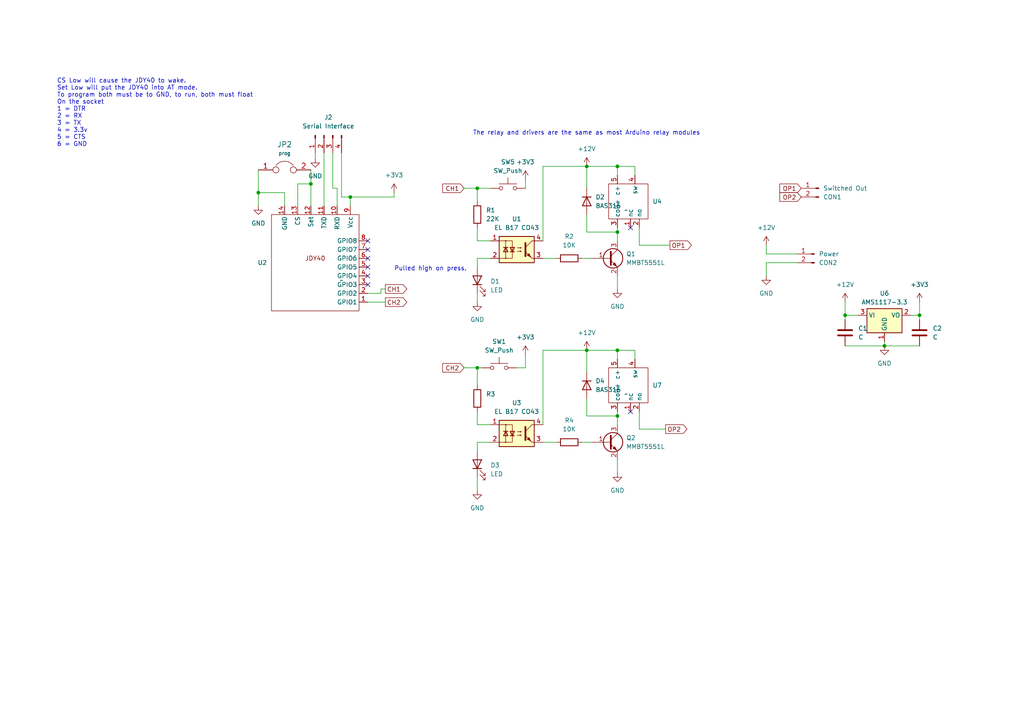
<source format=kicad_sch>
(kicad_sch (version 20230121) (generator eeschema)
  (paper "A4")
  (lib_symbols
    (symbol "Connector:Conn_01x02_Pin" (pin_names (offset 1.016) hide)
      (property "Reference" "J" (at 0 2.54 0))
      (property "Value" "Conn_01x02_Pin" (at 0 -5.08 0))
      (symbol "Conn_01x02_Pin_1_1"
        (polyline (pts (xy 1.27 -2.54) (xy 0.8636 -2.54)) (stroke (width 0.1524)))
        (polyline (pts (xy 1.27 0) (xy 0.8636 0)) (stroke (width 0.1524)))
        (rectangle (start 0.8636 -2.413) (end 0 -2.667) (stroke (width 0.1524)) (fill (type outline)))
        (rectangle (start 0.8636 0.127) (end 0 -0.127) (stroke (width 0.1524)) (fill (type outline)))
        (pin passive line (at 5.08 0 180) (length 3.81) (name "Pin_1") (number "1"))
        (pin passive line (at 5.08 -2.54 180) (length 3.81) (name "Pin_2") (number "2"))
      )
    )
    (symbol "Connector:Conn_01x04_Pin" (pin_names (offset 1.016) hide)
      (property "Reference" "J" (at 0 5.08 0))
      (property "Value" "Conn_01x04_Pin" (at 0 -7.62 0))
      (symbol "Conn_01x04_Pin_1_1"
        (polyline (pts (xy 1.27 -5.08) (xy 0.8636 -5.08)) (stroke (width 0.1524)))
        (polyline (pts (xy 1.27 -2.54) (xy 0.8636 -2.54)) (stroke (width 0.1524)))
        (polyline (pts (xy 1.27 0) (xy 0.8636 0)) (stroke (width 0.1524)))
        (polyline (pts (xy 1.27 2.54) (xy 0.8636 2.54)) (stroke (width 0.1524)))
        (rectangle (start 0.8636 -4.953) (end 0 -5.207) (stroke (width 0.1524)) (fill (type outline)))
        (rectangle (start 0.8636 -2.413) (end 0 -2.667) (stroke (width 0.1524)) (fill (type outline)))
        (rectangle (start 0.8636 0.127) (end 0 -0.127) (stroke (width 0.1524)) (fill (type outline)))
        (rectangle (start 0.8636 2.667) (end 0 2.413) (stroke (width 0.1524)) (fill (type outline)))
        (pin passive line (at 5.08 2.54 180) (length 3.81) (name "Pin_1") (number "1"))
        (pin passive line (at 5.08 0 180) (length 3.81) (name "Pin_2") (number "2"))
        (pin passive line (at 5.08 -2.54 180) (length 3.81) (name "Pin_3") (number "3"))
        (pin passive line (at 5.08 -5.08 180) (length 3.81) (name "Pin_4") (number "4"))
      )
    )
    (symbol "Device:C" (pin_numbers hide) (pin_names (offset 0.254))
      (property "Reference" "C" (at 0.635 2.54 0))
      (property "Value" "C" (at 0.635 -2.54 0))
      (symbol "C_0_1"
        (polyline (pts (xy -2.032 -0.762) (xy 2.032 -0.762)) (stroke (width 0.508)))
        (polyline (pts (xy -2.032 0.762) (xy 2.032 0.762)) (stroke (width 0.508)))
      )
      (symbol "C_1_1"
        (pin passive line (at 0 3.81 270) (length 2.794) (name "~") (number "1"))
        (pin passive line (at 0 -3.81 90) (length 2.794) (name "~") (number "2"))
      )
    )
    (symbol "Device:LED" (pin_numbers hide) (pin_names (offset 1.016) hide)
      (property "Reference" "D" (at 0 2.54 0))
      (property "Value" "LED" (at 0 -2.54 0))
      (symbol "LED_0_1"
        (polyline (pts (xy -1.27 -1.27) (xy -1.27 1.27)) (stroke (width 0.254)))
        (polyline (pts (xy -1.27 0) (xy 1.27 0)))
        (polyline (pts (xy 1.27 -1.27) (xy 1.27 1.27) (xy -1.27 0) (xy 1.27 -1.27)) (stroke (width 0.254)))
        (polyline (pts (xy -3.048 -0.762) (xy -4.572 -2.286) (xy -3.81 -2.286) (xy -4.572 -2.286) (xy -4.572 -1.524)))
        (polyline (pts (xy -1.778 -0.762) (xy -3.302 -2.286) (xy -2.54 -2.286) (xy -3.302 -2.286) (xy -3.302 -1.524)))
      )
      (symbol "LED_1_1"
        (pin passive line (at -3.81 0 0) (length 2.54) (name "K") (number "1"))
        (pin passive line (at 3.81 0 180) (length 2.54) (name "A") (number "2"))
      )
    )
    (symbol "Device:R" (pin_numbers hide) (pin_names (offset 0))
      (property "Reference" "R" (at 2.032 0 90))
      (property "Value" "R" (at 0 0 90))
      (symbol "R_0_1"
        (rectangle (start -1.016 -2.54) (end 1.016 2.54) (stroke (width 0.254)))
      )
      (symbol "R_1_1"
        (pin passive line (at 0 3.81 270) (length 1.27) (name "~") (number "1"))
        (pin passive line (at 0 -3.81 90) (length 1.27) (name "~") (number "2"))
      )
    )
    (symbol "Diode:BAS316" (pin_numbers hide) (pin_names hide)
      (property "Reference" "D" (at 0 2.54 0))
      (property "Value" "BAS316" (at 0 -2.54 0))
      (symbol "BAS316_0_1"
        (polyline (pts (xy -1.27 1.27) (xy -1.27 -1.27)) (stroke (width 0.254)))
        (polyline (pts (xy 1.27 0) (xy -1.27 0)))
        (polyline (pts (xy 1.27 1.27) (xy 1.27 -1.27) (xy -1.27 0) (xy 1.27 1.27)) (stroke (width 0.254)))
      )
      (symbol "BAS316_1_1"
        (pin passive line (at -3.81 0 0) (length 2.54) (name "K") (number "1"))
        (pin passive line (at 3.81 0 180) (length 2.54) (name "A") (number "2"))
      )
    )
    (symbol "Isolator:ACPL-214-500E" (pin_names (offset 1.016))
      (property "Reference" "U" (at -5.08 5.08 0))
      (property "Value" "ACPL-214-500E" (at 0 5.08 0))
      (symbol "ACPL-214-500E_0_1"
        (rectangle (start -5.08 3.81) (end 5.08 -3.81) (stroke (width 0.254)) (fill (type background)))
        (circle (center -3.175 -2.54) (radius 0.127))
        (circle (center -3.175 2.54) (radius 0.127))
        (polyline (pts (xy -3.81 0.635) (xy -2.54 0.635)) (stroke (width 0.254)))
        (polyline (pts (xy -3.175 -0.635) (xy -3.175 -2.54)))
        (polyline (pts (xy -3.175 -0.635) (xy -3.175 2.54)))
        (polyline (pts (xy -1.905 -0.635) (xy -0.635 -0.635)) (stroke (width 0.254)))
        (polyline (pts (xy 2.54 0.635) (xy 4.445 2.54)))
        (polyline (pts (xy 4.445 -2.54) (xy 2.54 -0.635)) (fill (type outline)))
        (polyline (pts (xy 4.445 -2.54) (xy 5.08 -2.54)))
        (polyline (pts (xy 4.445 2.54) (xy 5.08 2.54)))
        (polyline (pts (xy -5.08 2.54) (xy -1.27 2.54) (xy -1.27 -0.635)))
        (polyline (pts (xy -1.27 -0.635) (xy -1.27 -2.54) (xy -5.08 -2.54)))
        (polyline (pts (xy 2.54 1.905) (xy 2.54 -1.905) (xy 2.54 -1.905)) (stroke (width 0.508)))
        (polyline (pts (xy -3.175 0.635) (xy -3.81 -0.635) (xy -2.54 -0.635) (xy -3.175 0.635)) (stroke (width 0.254)))
        (polyline (pts (xy -1.27 -0.635) (xy -1.905 0.635) (xy -0.635 0.635) (xy -1.27 -0.635)) (stroke (width 0.254)))
        (polyline (pts (xy 0.127 -0.508) (xy 1.397 -0.508) (xy 1.016 -0.635) (xy 1.016 -0.381) (xy 1.397 -0.508)))
        (polyline (pts (xy 0.127 0.508) (xy 1.397 0.508) (xy 1.016 0.381) (xy 1.016 0.635) (xy 1.397 0.508)))
        (polyline (pts (xy 3.048 -1.651) (xy 3.556 -1.143) (xy 4.064 -2.159) (xy 3.048 -1.651) (xy 3.048 -1.651)) (fill (type outline)))
      )
      (symbol "ACPL-214-500E_1_1"
        (pin passive line (at -7.62 2.54 0) (length 2.54) (name "~") (number "1"))
        (pin passive line (at -7.62 -2.54 0) (length 2.54) (name "~") (number "2"))
        (pin passive line (at 7.62 -2.54 180) (length 2.54) (name "~") (number "3"))
        (pin passive line (at 7.62 2.54 180) (length 2.54) (name "~") (number "4"))
      )
    )
    (symbol "Regulator_Linear:AMS1117-3.3"
      (property "Reference" "U" (at -3.81 3.175 0))
      (property "Value" "AMS1117-3.3" (at 0 3.175 0))
      (symbol "AMS1117-3.3_0_1"
        (rectangle (start -5.08 -5.08) (end 5.08 1.905) (stroke (width 0.254)) (fill (type background)))
      )
      (symbol "AMS1117-3.3_1_1"
        (pin power_in line (at 0 -7.62 90) (length 2.54) (name "GND") (number "1"))
        (pin power_out line (at 7.62 0 180) (length 2.54) (name "VO") (number "2"))
        (pin power_in line (at -7.62 0 0) (length 2.54) (name "VI") (number "3"))
      )
    )
    (symbol "Switch:SW_Push" (pin_numbers hide) (pin_names (offset 1.016) hide)
      (property "Reference" "SW" (at 1.27 2.54 0))
      (property "Value" "SW_Push" (at 0 -1.524 0))
      (symbol "SW_Push_0_1"
        (circle (center -2.032 0) (radius 0.508))
        (polyline (pts (xy 0 1.27) (xy 0 3.048)))
        (polyline (pts (xy 2.54 1.27) (xy -2.54 1.27)))
        (circle (center 2.032 0) (radius 0.508))
        (pin passive line (at -5.08 0 0) (length 2.54) (name "1") (number "1"))
        (pin passive line (at 5.08 0 180) (length 2.54) (name "2") (number "2"))
      )
    )
    (symbol "Transistor_BJT:MMBT5551L" (pin_names (offset 0) hide)
      (property "Reference" "Q" (at 5.08 1.905 0))
      (property "Value" "MMBT5551L" (at 5.08 0 0))
      (symbol "MMBT5551L_0_1"
        (polyline (pts (xy 0.635 0.635) (xy 2.54 2.54)))
        (polyline (pts (xy 0.635 -0.635) (xy 2.54 -2.54) (xy 2.54 -2.54)))
        (polyline (pts (xy 0.635 1.905) (xy 0.635 -1.905) (xy 0.635 -1.905)) (stroke (width 0.508)))
        (polyline (pts (xy 1.27 -1.778) (xy 1.778 -1.27) (xy 2.286 -2.286) (xy 1.27 -1.778) (xy 1.27 -1.778)) (fill (type outline)))
        (circle (center 1.27 0) (radius 2.8194) (stroke (width 0.254)))
      )
      (symbol "MMBT5551L_1_1"
        (pin input line (at -5.08 0 0) (length 5.715) (name "B") (number "1"))
        (pin passive line (at 2.54 -5.08 90) (length 2.54) (name "E") (number "2"))
        (pin passive line (at 2.54 5.08 270) (length 2.54) (name "C") (number "3"))
      )
    )
    (symbol "mydevices:JDY40"
      (property "Reference" "U" (at 7.62 6.35 0))
      (symbol "JDY40_0_1"
        (rectangle (start -5.08 13.97) (end 20.32 -13.97))
      )
      (symbol "JDY40_1_1"
        (text "JDY40" (at 7.62 -1.27 0) (effects (font (size 1.27 1.27))))
        (pin bidirectional line (at -7.62 11.43 0) (length 2.54) (name "GPIO1") (number "1"))
        (pin input line (at 1.27 -16.51 90) (length 2.54) (name "RXD") (number "10"))
        (pin output line (at 5.08 -16.51 90) (length 2.54) (name "TXD") (number "11"))
        (pin input line (at 8.89 -16.51 90) (length 2.54) (name "Set") (number "12"))
        (pin input line (at 12.7 -16.51 90) (length 2.54) (name "CS") (number "13"))
        (pin passive line (at 16.51 -16.51 90) (length 2.54) (name "GND") (number "14"))
        (pin bidirectional line (at -7.62 8.89 0) (length 2.54) (name "GPIO2") (number "2"))
        (pin bidirectional line (at -7.62 6.35 0) (length 2.54) (name "GPIO3") (number "3"))
        (pin bidirectional line (at -7.62 3.81 0) (length 2.54) (name "GPIO4") (number "4"))
        (pin bidirectional line (at -7.62 1.27 0) (length 2.54) (name "GPIO5") (number "5"))
        (pin bidirectional line (at -7.62 -1.27 0) (length 2.54) (name "GPIO6") (number "6"))
        (pin bidirectional line (at -7.62 -3.81 0) (length 2.54) (name "GPIO7") (number "7"))
        (pin bidirectional line (at -7.62 -6.35 0) (length 2.54) (name "GPIO8") (number "8"))
        (pin power_in line (at -2.54 -16.51 90) (length 2.54) (name "Vcc") (number "9"))
      )
    )
    (symbol "mydevices:JUMPER" (pin_names (offset 0.762) hide)
      (property "Reference" "JP" (at 0 3.81 0))
      (property "Value" "JUMPER" (at 0 -2.032 0))
      (symbol "JUMPER_0_1"
        (circle (center -2.54 0) (radius 0.889))
        (arc (start 2.5146 1.27) (mid 0.0078 2.5097) (end -2.4892 1.27))
        (circle (center 2.54 0) (radius 0.889))
        (pin passive line (at -7.62 0 0) (length 4.191) (name "1") (number "1"))
        (pin passive line (at 7.62 0 180) (length 4.191) (name "2") (number "2"))
      )
    )
    (symbol "mydevices:spdt_relay"
      (property "Reference" "U" (at 0 0 0))
      (symbol "spdt_relay_0_1"
        (rectangle (start -5.08 2.54) (end 6.35 -7.62))
      )
      (symbol "spdt_relay_1_1"
        (pin input line (at 1.27 5.08 270) (length 2.54) (name "nc") (number "1"))
        (pin input line (at 3.81 5.08 270) (length 2.54) (name "no") (number "2"))
        (pin input line (at -2.54 5.08 270) (length 2.54) (name "coil+") (number "3"))
        (pin input line (at 2.54 -10.16 90) (length 2.54) (name "sw") (number "4"))
        (pin input line (at -2.54 -10.16 90) (length 2.54) (name "c+") (number "5"))
      )
    )
    (symbol "power:+12V" (power) (pin_names (offset 0))
      (property "Value" "+12V" (at 0 3.556 0))
      (symbol "+12V_0_1"
        (polyline (pts (xy -0.762 1.27) (xy 0 2.54)))
        (polyline (pts (xy 0 0) (xy 0 2.54)))
        (polyline (pts (xy 0 2.54) (xy 0.762 1.27)))
      )
      (symbol "+12V_1_1"
        (pin power_in line (at 0 0 90) (length 0) hide (name "+12V") (number "1"))
      )
    )
    (symbol "power:+3V3" (power) (pin_names (offset 0))
      (property "Value" "+3V3" (at 0 3.556 0))
      (symbol "+3V3_0_1"
        (polyline (pts (xy -0.762 1.27) (xy 0 2.54)))
        (polyline (pts (xy 0 0) (xy 0 2.54)))
        (polyline (pts (xy 0 2.54) (xy 0.762 1.27)))
      )
      (symbol "+3V3_1_1"
        (pin power_in line (at 0 0 90) (length 0) hide (name "+3V3") (number "1"))
      )
    )
    (symbol "power:GND" (power) (pin_names (offset 0))
      (property "Value" "GND" (at 0 -3.81 0))
      (symbol "GND_0_1"
        (polyline (pts (xy 0 0) (xy 0 -1.27) (xy 1.27 -1.27) (xy 0 -2.54) (xy -1.27 -1.27) (xy 0 -1.27)))
      )
      (symbol "GND_1_1"
        (pin power_in line (at 0 0 270) (length 0) hide (name "GND") (number "1"))
      )
    )
    (symbol "spdt_relay_1"
      (property "Reference" "U" (at 0 0 0))
      (symbol "spdt_relay_1_0_1"
        (rectangle (start -5.08 2.54) (end 6.35 -7.62))
      )
      (symbol "spdt_relay_1_1_1"
        (pin input line (at 1.27 5.08 270) (length 2.54) (name "nc") (number "1"))
        (pin input line (at 3.81 5.08 270) (length 2.54) (name "no") (number "2"))
        (pin input line (at -2.54 5.08 270) (length 2.54) (name "coil+") (number "3"))
        (pin input line (at 2.54 -10.16 90) (length 2.54) (name "sw") (number "4"))
        (pin input line (at -2.54 -10.16 90) (length 2.54) (name "c+") (number "5"))
      )
    )
  )
  (junction (at 101.6 57.15))
  (junction (at 179.07 101.6))
  (junction (at 170.18 101.6))
  (junction (at 170.18 48.26))
  (junction (at 179.07 48.26))
  (junction (at 90.17 53.34))
  (junction (at 179.07 120.65))
  (junction (at 74.93 55.88))
  (junction (at 245.11 91.44))
  (junction (at 138.43 54.61))
  (junction (at 256.54 100.33))
  (junction (at 138.43 106.68))
  (junction (at 266.7 91.44))
  (junction (at 179.07 67.31))
  (no_connect (at 182.88 66.04))
  (no_connect (at 106.68 72.39))
  (no_connect (at 106.68 69.85))
  (no_connect (at 106.68 74.93))
  (no_connect (at 106.68 77.47))
  (no_connect (at 182.88 119.38))
  (no_connect (at 106.68 80.01))
  (no_connect (at 106.68 82.55))
  (wire (pts (xy 179.07 67.31) (xy 179.07 69.85)))
  (wire (pts (xy 222.25 73.66) (xy 222.25 71.12)))
  (wire (pts (xy 90.17 53.34) (xy 90.17 59.69)))
  (wire (pts (xy 86.36 53.34) (xy 86.36 59.69)))
  (wire (pts (xy 170.18 107.95) (xy 170.18 101.6)))
  (wire (pts (xy 222.25 76.2) (xy 222.25 80.01)))
  (wire (pts (xy 114.3 55.88) (xy 114.3 57.15)))
  (wire (pts (xy 134.62 54.61) (xy 138.43 54.61)))
  (wire (pts (xy 74.93 55.88) (xy 74.93 59.69)))
  (wire (pts (xy 170.18 101.6) (xy 179.07 101.6)))
  (wire (pts (xy 138.43 128.27) (xy 138.43 130.81)))
  (wire (pts (xy 149.86 106.68) (xy 152.4 106.68)))
  (wire (pts (xy 152.4 106.68) (xy 152.4 102.87)))
  (wire (pts (xy 138.43 74.93) (xy 138.43 77.47)))
  (wire (pts (xy 99.06 44.323) (xy 99.06 57.15)))
  (wire (pts (xy 93.98 44.323) (xy 93.98 59.69)))
  (wire (pts (xy 96.52 44.323) (xy 96.52 54.61)))
  (wire (pts (xy 74.93 49.276) (xy 74.93 55.88)))
  (wire (pts (xy 142.24 128.27) (xy 138.43 128.27)))
  (wire (pts (xy 266.7 87.63) (xy 266.7 91.44)))
  (wire (pts (xy 138.43 138.43) (xy 138.43 142.24)))
  (wire (pts (xy 134.62 106.68) (xy 138.43 106.68)))
  (wire (pts (xy 170.18 115.57) (xy 170.18 120.65)))
  (wire (pts (xy 157.48 101.6) (xy 170.18 101.6)))
  (wire (pts (xy 91.44 44.323) (xy 91.44 45.974)))
  (wire (pts (xy 101.6 57.15) (xy 101.6 59.69)))
  (wire (pts (xy 170.18 62.23) (xy 170.18 67.31)))
  (wire (pts (xy 179.07 80.01) (xy 179.07 83.82)))
  (wire (pts (xy 101.6 57.15) (xy 114.3 57.15)))
  (wire (pts (xy 157.48 128.27) (xy 161.29 128.27)))
  (wire (pts (xy 185.42 124.46) (xy 193.04 124.46)))
  (wire (pts (xy 106.68 85.09) (xy 110.49 85.09)))
  (wire (pts (xy 86.36 53.34) (xy 90.17 53.34)))
  (wire (pts (xy 266.7 91.44) (xy 266.7 92.71)))
  (wire (pts (xy 157.48 48.26) (xy 170.18 48.26)))
  (wire (pts (xy 256.54 99.06) (xy 256.54 100.33)))
  (wire (pts (xy 82.55 55.88) (xy 74.93 55.88)))
  (wire (pts (xy 157.48 101.6) (xy 157.48 123.19)))
  (wire (pts (xy 142.24 74.93) (xy 138.43 74.93)))
  (wire (pts (xy 184.15 101.6) (xy 184.15 104.14)))
  (wire (pts (xy 170.18 120.65) (xy 179.07 120.65)))
  (wire (pts (xy 170.18 48.26) (xy 179.07 48.26)))
  (wire (pts (xy 142.24 123.19) (xy 138.43 123.19)))
  (wire (pts (xy 110.49 83.82) (xy 111.76 83.82)))
  (wire (pts (xy 179.07 120.65) (xy 179.07 123.19)))
  (wire (pts (xy 138.43 87.63) (xy 138.43 85.09)))
  (wire (pts (xy 179.07 133.35) (xy 179.07 137.16)))
  (wire (pts (xy 97.79 54.61) (xy 96.52 54.61)))
  (wire (pts (xy 231.14 73.66) (xy 222.25 73.66)))
  (wire (pts (xy 138.43 54.61) (xy 142.24 54.61)))
  (wire (pts (xy 106.68 87.63) (xy 111.76 87.63)))
  (wire (pts (xy 185.42 66.04) (xy 185.42 71.12)))
  (wire (pts (xy 185.42 119.38) (xy 185.42 124.46)))
  (wire (pts (xy 179.07 48.26) (xy 179.07 50.8)))
  (wire (pts (xy 245.11 100.33) (xy 256.54 100.33)))
  (wire (pts (xy 138.43 106.68) (xy 138.43 111.76)))
  (wire (pts (xy 168.91 128.27) (xy 171.45 128.27)))
  (wire (pts (xy 142.24 69.85) (xy 138.43 69.85)))
  (wire (pts (xy 138.43 123.19) (xy 138.43 119.38)))
  (wire (pts (xy 184.15 48.26) (xy 184.15 50.8)))
  (wire (pts (xy 170.18 67.31) (xy 179.07 67.31)))
  (wire (pts (xy 231.14 76.2) (xy 222.25 76.2)))
  (wire (pts (xy 248.92 91.44) (xy 245.11 91.44)))
  (wire (pts (xy 110.49 85.09) (xy 110.49 83.82)))
  (wire (pts (xy 99.06 57.15) (xy 101.6 57.15)))
  (wire (pts (xy 256.54 100.33) (xy 266.7 100.33)))
  (wire (pts (xy 264.16 91.44) (xy 266.7 91.44)))
  (wire (pts (xy 82.55 59.69) (xy 82.55 55.88)))
  (wire (pts (xy 245.11 91.44) (xy 245.11 92.71)))
  (wire (pts (xy 179.07 119.38) (xy 179.07 120.65)))
  (wire (pts (xy 179.07 101.6) (xy 184.15 101.6)))
  (wire (pts (xy 152.4 52.07) (xy 152.4 54.61)))
  (wire (pts (xy 138.43 54.61) (xy 138.43 58.42)))
  (wire (pts (xy 138.43 106.68) (xy 139.7 106.68)))
  (wire (pts (xy 179.07 48.26) (xy 184.15 48.26)))
  (wire (pts (xy 157.48 74.93) (xy 161.29 74.93)))
  (wire (pts (xy 170.18 54.61) (xy 170.18 48.26)))
  (wire (pts (xy 157.48 48.26) (xy 157.48 69.85)))
  (wire (pts (xy 179.07 101.6) (xy 179.07 104.14)))
  (wire (pts (xy 185.42 71.12) (xy 194.31 71.12)))
  (wire (pts (xy 245.11 91.44) (xy 245.11 87.63)))
  (wire (pts (xy 90.17 49.276) (xy 90.17 53.34)))
  (wire (pts (xy 168.91 74.93) (xy 171.45 74.93)))
  (wire (pts (xy 179.07 66.04) (xy 179.07 67.31)))
  (wire (pts (xy 97.79 59.69) (xy 97.79 54.61)))
  (wire (pts (xy 138.43 69.85) (xy 138.43 66.04)))
  (text "The relay and drivers are the same as most Arduino relay modules" (at 137.16 39.37 0) (effects (font (size 1.27 1.27)) (justify left bottom)))
  (text "CS Low will cause the JDY40 to wake.\nSet Low will put the JDY40 into AT mode.\nTo program both must be to GND, to run, both must float\nOn the socket\n1 = DTR\n2 = RX\n3 = TX\n4 = 3.3v\n5 = CTS\n6 = GND" (at 16.51 42.672 0) (effects (font (size 1.27 1.27)) (justify left bottom)))
  (text "Pulled high on press." (at 114.3 78.74 0) (effects (font (size 1.27 1.27)) (justify left bottom)))
  (global_label "CH2" (shape input) (at 134.62 106.68 180) (property "Intersheetrefs" "${INTERSHEET_REFS}" (effects hide)))
  (global_label "OP2" (shape input) (at 232.41 57.15 180) (property "Intersheetrefs" "${INTERSHEET_REFS}" (effects hide)))
  (global_label "CH1" (shape input) (at 134.62 54.61 180) (property "Intersheetrefs" "${INTERSHEET_REFS}" (effects hide)))
  (global_label "CH1" (shape output) (at 111.76 83.82 0) (property "Intersheetrefs" "${INTERSHEET_REFS}" (effects hide)))
  (global_label "OP1" (shape output) (at 194.31 71.12 0) (property "Intersheetrefs" "${INTERSHEET_REFS}" (effects hide)))
  (global_label "OP2" (shape output) (at 193.04 124.46 0) (property "Intersheetrefs" "${INTERSHEET_REFS}" (effects hide)))
  (global_label "OP1" (shape input) (at 232.41 54.61 180) (property "Intersheetrefs" "${INTERSHEET_REFS}" (effects hide)))
  (global_label "CH2" (shape output) (at 111.76 87.63 0) (property "Intersheetrefs" "${INTERSHEET_REFS}" (effects hide)))
  (symbol (lib_id "power:GND") (at 222.25 80.01 0) (unit 1)
    (property "Reference" "#PWR010" (effects hide))
    (property "Value" "GND" (at 222.25 85.09 0))
  )
  (symbol (lib_name "spdt_relay_1") (lib_id "mydevices:spdt_relay") (at 181.61 60.96 0) (mirror x) (unit 1) (in_bom no)
    (property "Reference" "U4" (at 189.23 58.42 0) (effects (justify left)))
    (property "Value" "~" (at 181.61 60.96 0))
    (property "Footprint" "iebSpecials:Relay Tongling" (effects hide))
  )
  (symbol (lib_id "power:+3V3") (at 266.7 87.63 0) (unit 1)
    (property "Reference" "#PWR013" (effects hide))
    (property "Value" "+3V3" (at 266.7 82.55 0))
  )
  (symbol (lib_id "Diode:BAS316") (at 170.18 111.76 270) (unit 1)
    (property "Reference" "D4" (at 172.72 110.49 90) (effects (justify left)))
    (property "Value" "BAS316" (at 172.72 113.03 90) (effects (justify left)))
    (property "Footprint" "LED_SMD:LED_1206_3216Metric_Pad1.42x1.75mm_HandSolder" (effects hide))
    (property "Datasheet" "https://assets.nexperia.com/documents/data-sheet/BAS16_SER.pdf" (effects hide))
    (property "Sim.Device" "D" (effects hide))
    (property "Sim.Pins" "1=K 2=A" (effects hide))
  )
  (symbol (lib_id "Device:R") (at 138.43 62.23 0) (unit 1)
    (property "Reference" "R1" (at 140.97 60.96 0) (effects (justify left)))
    (property "Value" "22K" (at 140.97 63.5 0) (effects (justify left)))
    (property "Footprint" "Resistor_SMD:R_0805_2012Metric_Pad1.20x1.40mm_HandSolder" (effects hide))
  )
  (symbol (lib_id "Device:R") (at 165.1 128.27 90) (unit 1)
    (property "Reference" "R4" (at 165.1 121.92 90))
    (property "Value" "10K" (at 165.1 124.46 90))
    (property "Footprint" "Resistor_SMD:R_0805_2012Metric_Pad1.20x1.40mm_HandSolder" (effects hide))
  )
  (symbol (lib_id "power:GND") (at 138.43 142.24 0) (unit 1)
    (property "Reference" "#PWR012" (effects hide))
    (property "Value" "GND" (at 138.43 147.32 0))
  )
  (symbol (lib_id "Isolator:ACPL-214-500E") (at 149.86 72.39 0) (unit 1)
    (property "Reference" "U1" (at 149.86 63.5 0))
    (property "Value" "EL B17 CO43" (at 149.86 66.04 0))
    (property "Footprint" "iebSpecials:OptoIsoator4pin" (effects hide))
    (property "Datasheet" "https://docs.broadcom.com/doc/AV02-0469EN" (effects hide))
  )
  (symbol (lib_id "power:GND") (at 256.54 100.33 0) (unit 1)
    (property "Reference" "#PWR014" (effects hide))
    (property "Value" "GND" (at 256.54 105.41 0))
  )
  (symbol (lib_id "power:GND") (at 74.93 59.69 0) (unit 1)
    (property "Reference" "#PWR05" (effects hide))
    (property "Value" "GND" (at 74.93 64.77 0))
  )
  (symbol (lib_id "Isolator:ACPL-214-500E") (at 149.86 125.73 0) (unit 1)
    (property "Reference" "U3" (at 149.86 116.84 0))
    (property "Value" "EL B17 CO43" (at 149.86 119.38 0))
    (property "Footprint" "iebSpecials:OptoIsoator4pin" (effects hide))
    (property "Datasheet" "https://docs.broadcom.com/doc/AV02-0469EN" (effects hide))
  )
  (symbol (lib_id "power:GND") (at 138.43 87.63 0) (unit 1)
    (property "Reference" "#PWR016" (effects hide))
    (property "Value" "GND" (at 138.43 92.71 0))
  )
  (symbol (lib_id "Connector:Conn_01x04_Pin") (at 93.98 39.243 90) (mirror x) (unit 1)
    (property "Reference" "J2" (at 95.25 34.036 90))
    (property "Value" "Serial Interface" (at 95.25 36.576 90))
    (property "Footprint" "Connector_Harwin:Harwin_M20-89004xx_1x04_P2.54mm_Horizontal" (effects hide))
  )
  (symbol (lib_id "Device:R") (at 138.43 115.57 0) (unit 1)
    (property "Reference" "R3" (at 140.97 114.3 0) (effects (justify left)))
    (property "Value" "2.2K" (effects hide))
    (property "Footprint" "Resistor_SMD:R_0805_2012Metric_Pad1.20x1.40mm_HandSolder" (effects hide))
  )
  (symbol (lib_id "Device:LED") (at 138.43 81.28 90) (unit 1)
    (property "Reference" "D1" (at 142.24 81.5975 90) (effects (justify right)))
    (property "Value" "LED" (at 142.24 84.1375 90) (effects (justify right)))
    (property "Footprint" "LED_SMD:LED_0805_2012Metric_Pad1.15x1.40mm_HandSolder" (effects hide))
  )
  (symbol (lib_id "Diode:BAS316") (at 170.18 58.42 270) (unit 1)
    (property "Reference" "D2" (at 172.72 57.15 90) (effects (justify left)))
    (property "Value" "BAS316" (at 172.72 59.69 90) (effects (justify left)))
    (property "Footprint" "LED_SMD:LED_1206_3216Metric_Pad1.42x1.75mm_HandSolder" (effects hide))
    (property "Datasheet" "https://assets.nexperia.com/documents/data-sheet/BAS16_SER.pdf" (effects hide))
    (property "Sim.Device" "D" (effects hide))
    (property "Sim.Pins" "1=K 2=A" (effects hide))
  )
  (symbol (lib_id "power:+3V3") (at 152.4 102.87 0) (unit 1)
    (property "Reference" "#PWR06" (effects hide))
    (property "Value" "+3V3" (at 152.4 97.79 0))
  )
  (symbol (lib_id "mydevices:JUMPER") (at 82.55 49.276 0) (unit 1)
    (property "Reference" "JP2" (at 82.55 41.91 0) (effects (font (size 1.524 1.524))))
    (property "Value" "prog" (at 82.55 44.45 0) (effects (font (size 1.016 1.016))))
    (property "Footprint" "Jumper:SolderJumper-2_P1.3mm_Open_Pad1.0x1.5mm" (effects hide))
  )
  (symbol (lib_id "power:+12V") (at 170.18 101.6 0) (unit 1)
    (property "Reference" "#PWR07" (effects hide))
    (property "Value" "+12V" (at 170.18 96.52 0))
  )
  (symbol (lib_id "power:+12V") (at 170.18 48.26 0) (unit 1)
    (property "Reference" "#PWR02" (effects hide))
    (property "Value" "+12V" (at 170.18 43.18 0))
  )
  (symbol (lib_id "Connector:Conn_01x02_Pin") (at 236.22 73.66 0) (mirror y) (unit 1)
    (property "Reference" "CON2" (at 237.49 76.2 0) (effects (justify right)))
    (property "Value" "Power" (at 237.49 73.66 0) (effects (justify right)))
    (property "Footprint" "Connector_Molex:Molex_KK-396_5273-02A_1x02_P3.96mm_Vertical" (effects hide))
  )
  (symbol (lib_id "mydevices:spdt_relay") (at 181.61 114.3 0) (mirror x) (unit 1)
    (property "Reference" "U7" (at 189.23 111.76 0) (effects (justify left)))
    (property "Value" "~" (at 181.61 114.3 0))
    (property "Footprint" "iebSpecials:Relay Tongling" (effects hide))
  )
  (symbol (lib_id "Transistor_BJT:MMBT5551L") (at 176.53 74.93 0) (unit 1)
    (property "Reference" "Q1" (at 181.61 73.66 0) (effects (justify left)))
    (property "Value" "MMBT5551L" (at 181.61 76.2 0) (effects (justify left)))
    (property "Footprint" "Package_TO_SOT_SMD:SOT-23" (effects hide))
    (property "Datasheet" "www.onsemi.com/pub/Collateral/MMBT5550LT1-D.PDF" (effects hide))
  )
  (symbol (lib_id "power:GND") (at 179.07 137.16 0) (unit 1)
    (property "Reference" "#PWR08" (effects hide))
    (property "Value" "GND" (at 179.07 142.24 0))
  )
  (symbol (lib_id "Transistor_BJT:MMBT5551L") (at 176.53 128.27 0) (unit 1)
    (property "Reference" "Q2" (at 181.61 127 0) (effects (justify left)))
    (property "Value" "MMBT5551L" (at 181.61 129.54 0) (effects (justify left)))
    (property "Footprint" "Package_TO_SOT_SMD:SOT-23" (effects hide))
    (property "Datasheet" "www.onsemi.com/pub/Collateral/MMBT5550LT1-D.PDF" (effects hide))
  )
  (symbol (lib_id "Device:C") (at 266.7 96.52 0) (unit 1)
    (property "Reference" "C2" (at 270.51 95.25 0) (effects (justify left)))
    (property "Value" "C" (at 270.51 97.79 0) (effects (justify left)))
    (property "Footprint" "Capacitor_SMD:C_1210_3225Metric" (effects hide))
  )
  (symbol (lib_id "power:+3V3") (at 152.4 52.07 0) (unit 1)
    (property "Reference" "#PWR01" (effects hide))
    (property "Value" "+3V3" (at 152.4 46.99 0))
  )
  (symbol (lib_id "power:+12V") (at 245.11 87.63 0) (unit 1)
    (property "Reference" "#PWR011" (effects hide))
    (property "Value" "+12V" (at 245.11 82.55 0))
  )
  (symbol (lib_id "Connector:Conn_01x02_Pin") (at 237.49 54.61 0) (mirror y) (unit 1)
    (property "Reference" "CON1" (at 238.76 57.15 0) (effects (justify right)))
    (property "Value" "Switched Out" (at 238.76 54.61 0) (effects (justify right)))
    (property "Footprint" "Connector_Molex:Molex_KK-396_5273-02A_1x02_P3.96mm_Vertical" (effects hide))
  )
  (symbol (lib_id "mydevices:JDY40") (at 99.06 76.2 180) (unit 1)
    (property "Reference" "U2" (at 77.47 76.2 0) (effects (justify left)))
    (property "Value" "~" (at 99.06 81.28 0))
    (property "Footprint" "iebSpecials:Jdy40" (effects hide))
  )
  (symbol (lib_id "Device:R") (at 165.1 74.93 90) (unit 1)
    (property "Reference" "R2" (at 165.1 68.58 90))
    (property "Value" "10K" (at 165.1 71.12 90))
    (property "Footprint" "Resistor_SMD:R_0805_2012Metric_Pad1.20x1.40mm_HandSolder" (effects hide))
  )
  (symbol (lib_id "power:+12V") (at 222.25 71.12 0) (unit 1)
    (property "Reference" "#PWR09" (effects hide))
    (property "Value" "+12V" (at 222.25 66.04 0))
  )
  (symbol (lib_id "power:+3V3") (at 114.3 55.88 0) (unit 1)
    (property "Reference" "#PWR04" (effects hide))
    (property "Value" "+3V3" (at 114.3 50.8 0))
  )
  (symbol (lib_id "power:GND") (at 91.44 45.974 0) (unit 1)
    (property "Reference" "#PWR015" (effects hide))
    (property "Value" "GND" (at 91.44 51.054 0))
  )
  (symbol (lib_id "Device:LED") (at 138.43 134.62 90) (unit 1)
    (property "Reference" "D3" (at 142.24 134.9375 90) (effects (justify right)))
    (property "Value" "LED" (at 142.24 137.4775 90) (effects (justify right)))
    (property "Footprint" "LED_SMD:LED_0805_2012Metric" (effects hide))
  )
  (symbol (lib_id "power:GND") (at 179.07 83.82 0) (unit 1)
    (property "Reference" "#PWR03" (effects hide))
    (property "Value" "GND" (at 179.07 88.9 0))
  )
  (symbol (lib_id "Switch:SW_Push") (at 144.78 106.68 0) (unit 1)
    (property "Reference" "SW1" (at 144.78 99.06 0))
    (property "Value" "SW_Push" (at 144.78 101.6 0))
    (property "Footprint" "Button_Switch_SMD:SW_SPST_EVPBF" (effects hide))
  )
  (symbol (lib_id "Switch:SW_Push") (at 147.32 54.61 0) (unit 1)
    (property "Reference" "SW5" (at 147.32 46.99 0))
    (property "Value" "SW_Push" (at 147.32 49.53 0))
    (property "Footprint" "Button_Switch_SMD:SW_SPST_EVPBF" (effects hide))
  )
  (symbol (lib_id "Device:C") (at 245.11 96.52 0) (unit 1)
    (property "Reference" "C1" (at 248.92 95.25 0) (effects (justify left)))
    (property "Value" "C" (at 248.92 97.79 0) (effects (justify left)))
    (property "Footprint" "Capacitor_SMD:C_1210_3225Metric" (effects hide))
  )
  (symbol (lib_id "Regulator_Linear:AMS1117-3.3") (at 256.54 91.44 0) (unit 1)
    (property "Reference" "U6" (at 256.54 85.09 0))
    (property "Value" "AMS1117-3.3" (at 256.54 87.63 0))
    (property "Footprint" "Package_TO_SOT_SMD:SOT-223-3_TabPin2" (effects hide))
    (property "Datasheet" "http://www.advanced-monolithic.com/pdf/ds1117.pdf" (effects hide))
  )
)
</source>
